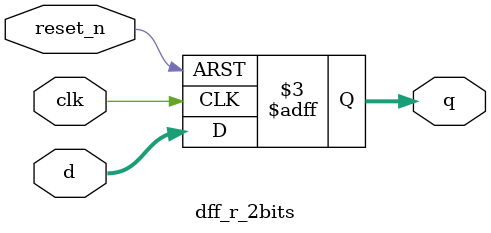
<source format=v>
module dff_r_2bits(clk, reset_n, d, q); // this module means resettable d flipflop 
input clk, reset_n; // define input clk, reset_n
input [1:0] d; // define 2 bits input d
output reg [1:0] q; // define 2 bits output q

always @ (posedge clk or negedge reset_n) // Make flip flop through always statement
begin 
	if(reset_n == 0) q <= 2'b00; // reset is active low so, reset_n == 0  q is reset
	else q <= d; // q = d
end
endmodule // end of module
</source>
